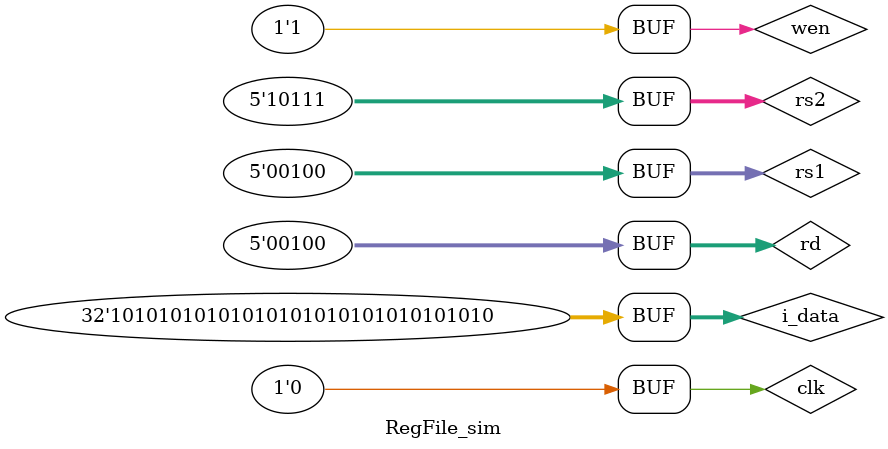
<source format=v>
`timescale 1ns / 1ps


module RegFile_sim(

    );
    reg clk;
    reg rst;
    reg wen;
    reg[4:0] rs1;
    reg[4:0] rs2;
    reg[4:0] rd;
    reg[31:0] i_data;
    wire[31:0] rs1_val;
    wire[31:0] rs2_val;

    RegFile uut (
        .clk(clk), 
        .rst(rst), 
        .wen(wen), 
        .rs1(rs1), 
        .rs2(rs2), 
        .rd(rd), 
        .i_data(i_data), 
        .rs1_val(rs1_val), 
        .rs2_val(rs2_val)
    );

    always begin
        clk <= 1'b1; #50;
        clk <= 1'b0; #50;
    end

    initial begin
        i_data = 32'b0;
        rs1 = 0;
        rs2 = 0;
        rd = 0;
        wen = 0;
        #100;
        i_data = 32'b1;
        rd = 5'd7;
        wen = 1;
        rs1 = 5'd7;
        rs2 = 5'd8;
        #100;
        wen = 0;
        rd = 5'd8;
        i_data = 32'hffffffff;
        #100;
        wen = 1;
        #100;
        wen = 0;
        rd = 5'b0;
        #100;
        wen = 1;
        rs1 = 5'b0;
        #100;
        wen = 0;
        rd = 5'd23;
        i_data = 32'hffff3333;
        #50;
        wen = 1;
        #100;
        wen = 0;
        rd = 5'd4;
        i_data = 32'haaaaaaaa;
        #100;
        wen  = 1;
        rs1 = 5'd8;
        rs2 = 5'd7;
        #100;
        rs1 = 5'd4;
        rs2 = 5'd23;
        #50;






    end

    

endmodule

</source>
